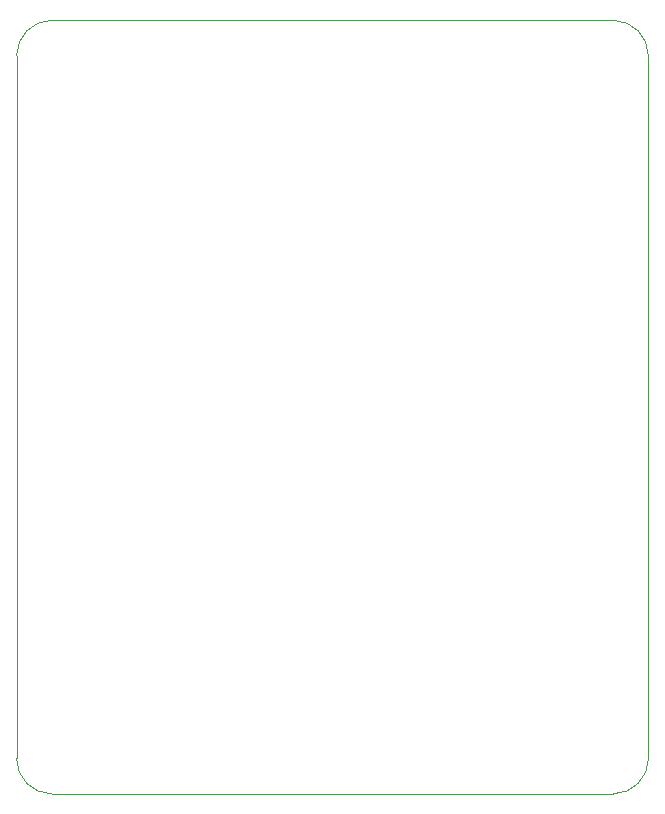
<source format=gbr>
%TF.GenerationSoftware,KiCad,Pcbnew,8.0.8-8.0.8-0~ubuntu24.04.1*%
%TF.CreationDate,2025-02-21T17:42:53-05:00*%
%TF.ProjectId,ChipigniteExplain,43686970-6967-46e6-9974-654578706c61,1.1*%
%TF.SameCoordinates,Original*%
%TF.FileFunction,Profile,NP*%
%FSLAX46Y46*%
G04 Gerber Fmt 4.6, Leading zero omitted, Abs format (unit mm)*
G04 Created by KiCad (PCBNEW 8.0.8-8.0.8-0~ubuntu24.04.1) date 2025-02-21 17:42:53*
%MOMM*%
%LPD*%
G01*
G04 APERTURE LIST*
%TA.AperFunction,Profile*%
%ADD10C,0.120000*%
%TD*%
G04 APERTURE END LIST*
D10*
X103700000Y-85000000D02*
G75*
G02*
X100700000Y-88000000I-3000000J0D01*
G01*
X50200000Y-85000000D02*
X50200000Y-25500000D01*
X100700000Y-88000000D02*
X53200000Y-88000000D01*
X103700000Y-25500000D02*
X103700000Y-85000000D01*
X50200000Y-25500000D02*
G75*
G02*
X53200000Y-22500000I3000000J0D01*
G01*
X53200000Y-22500000D02*
X100700000Y-22500000D01*
X100700000Y-22500000D02*
G75*
G02*
X103700000Y-25500000I0J-3000000D01*
G01*
X53200000Y-88000000D02*
G75*
G02*
X50200000Y-85000000I0J3000000D01*
G01*
M02*

</source>
